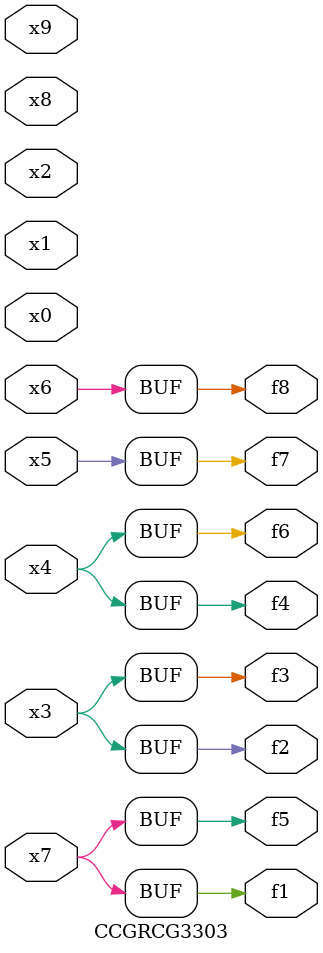
<source format=v>
module CCGRCG3303(
	input x0, x1, x2, x3, x4, x5, x6, x7, x8, x9,
	output f1, f2, f3, f4, f5, f6, f7, f8
);
	assign f1 = x7;
	assign f2 = x3;
	assign f3 = x3;
	assign f4 = x4;
	assign f5 = x7;
	assign f6 = x4;
	assign f7 = x5;
	assign f8 = x6;
endmodule

</source>
